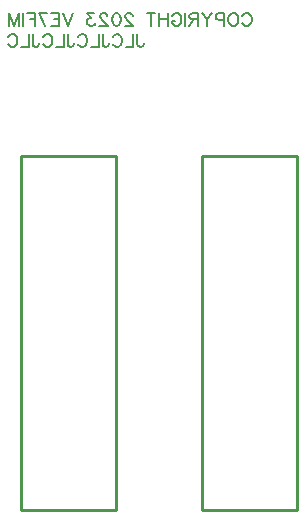
<source format=gbo>
G04 Layer: BottomSilkscreenLayer*
G04 EasyEDA v6.5.22, 2023-02-15 20:21:58*
G04 4437690330c0464a833ae06912b54f16,5a6b42c53f6a479593ecc07194224c93,10*
G04 Gerber Generator version 0.2*
G04 Scale: 100 percent, Rotated: No, Reflected: No *
G04 Dimensions in millimeters *
G04 leading zeros omitted , absolute positions ,4 integer and 5 decimal *
%FSLAX45Y45*%
%MOMM*%

%ADD10C,0.1520*%
%ADD11C,0.1524*%
%ADD12C,0.2540*%

%LPD*%
D10*
X1878444Y5423938D02*
G01*
X1878444Y5340812D01*
X1883641Y5325224D01*
X1888835Y5320029D01*
X1899226Y5314835D01*
X1909617Y5314835D01*
X1920008Y5320029D01*
X1925205Y5325224D01*
X1930400Y5340812D01*
X1930400Y5351203D01*
X1844154Y5423938D02*
G01*
X1844154Y5314835D01*
X1844154Y5314835D02*
G01*
X1781810Y5314835D01*
X1669587Y5397962D02*
G01*
X1674784Y5408353D01*
X1685175Y5418744D01*
X1695564Y5423938D01*
X1716346Y5423938D01*
X1726737Y5418744D01*
X1737128Y5408353D01*
X1742325Y5397962D01*
X1747520Y5382374D01*
X1747520Y5356397D01*
X1742325Y5340812D01*
X1737128Y5330421D01*
X1726737Y5320029D01*
X1716346Y5314835D01*
X1695564Y5314835D01*
X1685175Y5320029D01*
X1674784Y5330421D01*
X1669587Y5340812D01*
X1583344Y5423938D02*
G01*
X1583344Y5340812D01*
X1588538Y5325224D01*
X1593735Y5320029D01*
X1604124Y5314835D01*
X1614515Y5314835D01*
X1624906Y5320029D01*
X1630103Y5325224D01*
X1635297Y5340812D01*
X1635297Y5351203D01*
X1549054Y5423938D02*
G01*
X1549054Y5314835D01*
X1549054Y5314835D02*
G01*
X1486707Y5314835D01*
X1374485Y5397962D02*
G01*
X1379682Y5408353D01*
X1390073Y5418744D01*
X1400464Y5423938D01*
X1421244Y5423938D01*
X1431635Y5418744D01*
X1442026Y5408353D01*
X1447223Y5397962D01*
X1452417Y5382374D01*
X1452417Y5356397D01*
X1447223Y5340812D01*
X1442026Y5330421D01*
X1431635Y5320029D01*
X1421244Y5314835D01*
X1400464Y5314835D01*
X1390073Y5320029D01*
X1379682Y5330421D01*
X1374485Y5340812D01*
X1288242Y5423938D02*
G01*
X1288242Y5340812D01*
X1293436Y5325224D01*
X1298633Y5320029D01*
X1309024Y5314835D01*
X1319415Y5314835D01*
X1329804Y5320029D01*
X1335001Y5325224D01*
X1340195Y5340812D01*
X1340195Y5351203D01*
X1253952Y5423938D02*
G01*
X1253952Y5314835D01*
X1253952Y5314835D02*
G01*
X1191605Y5314835D01*
X1079385Y5397962D02*
G01*
X1084579Y5408353D01*
X1094971Y5418744D01*
X1105362Y5423938D01*
X1126144Y5423938D01*
X1136535Y5418744D01*
X1146924Y5408353D01*
X1152121Y5397962D01*
X1157315Y5382374D01*
X1157315Y5356397D01*
X1152121Y5340812D01*
X1146924Y5330421D01*
X1136535Y5320029D01*
X1126144Y5314835D01*
X1105362Y5314835D01*
X1094971Y5320029D01*
X1084579Y5330421D01*
X1079385Y5340812D01*
X993139Y5423938D02*
G01*
X993139Y5340812D01*
X998334Y5325224D01*
X1003531Y5320029D01*
X1013922Y5314835D01*
X1024313Y5314835D01*
X1034704Y5320029D01*
X1039898Y5325224D01*
X1045095Y5340812D01*
X1045095Y5351203D01*
X958850Y5423938D02*
G01*
X958850Y5314835D01*
X958850Y5314835D02*
G01*
X896505Y5314835D01*
X784283Y5397962D02*
G01*
X789477Y5408353D01*
X799868Y5418744D01*
X810260Y5423938D01*
X831042Y5423938D01*
X841433Y5418744D01*
X851824Y5408353D01*
X857018Y5397962D01*
X862215Y5382374D01*
X862215Y5356397D01*
X857018Y5340812D01*
X851824Y5330421D01*
X841433Y5320029D01*
X831042Y5314835D01*
X810260Y5314835D01*
X799868Y5320029D01*
X789477Y5330421D01*
X784283Y5340812D01*
D11*
X2766867Y5575762D02*
G01*
X2772064Y5586153D01*
X2782455Y5596544D01*
X2792844Y5601738D01*
X2813626Y5601738D01*
X2824017Y5596544D01*
X2834408Y5586153D01*
X2839605Y5575762D01*
X2844800Y5560174D01*
X2844800Y5534197D01*
X2839605Y5518612D01*
X2834408Y5508221D01*
X2824017Y5497829D01*
X2813626Y5492635D01*
X2792844Y5492635D01*
X2782455Y5497829D01*
X2772064Y5508221D01*
X2766867Y5518612D01*
X2701404Y5601738D02*
G01*
X2711795Y5596544D01*
X2722186Y5586153D01*
X2727383Y5575762D01*
X2732577Y5560174D01*
X2732577Y5534197D01*
X2727383Y5518612D01*
X2722186Y5508221D01*
X2711795Y5497829D01*
X2701404Y5492635D01*
X2680624Y5492635D01*
X2670233Y5497829D01*
X2659842Y5508221D01*
X2654645Y5518612D01*
X2649451Y5534197D01*
X2649451Y5560174D01*
X2654645Y5575762D01*
X2659842Y5586153D01*
X2670233Y5596544D01*
X2680624Y5601738D01*
X2701404Y5601738D01*
X2615161Y5601738D02*
G01*
X2615161Y5492635D01*
X2615161Y5601738D02*
G01*
X2568402Y5601738D01*
X2552814Y5596544D01*
X2547620Y5591347D01*
X2542425Y5580956D01*
X2542425Y5565371D01*
X2547620Y5554979D01*
X2552814Y5549785D01*
X2568402Y5544588D01*
X2615161Y5544588D01*
X2508135Y5601738D02*
G01*
X2466571Y5549785D01*
X2466571Y5492635D01*
X2425006Y5601738D02*
G01*
X2466571Y5549785D01*
X2390716Y5601738D02*
G01*
X2390716Y5492635D01*
X2390716Y5601738D02*
G01*
X2343957Y5601738D01*
X2328372Y5596544D01*
X2323175Y5591347D01*
X2317981Y5580956D01*
X2317981Y5570565D01*
X2323175Y5560174D01*
X2328372Y5554979D01*
X2343957Y5549785D01*
X2390716Y5549785D01*
X2354348Y5549785D02*
G01*
X2317981Y5492635D01*
X2283691Y5601738D02*
G01*
X2283691Y5492635D01*
X2171468Y5575762D02*
G01*
X2176665Y5586153D01*
X2187054Y5596544D01*
X2197445Y5601738D01*
X2218227Y5601738D01*
X2228618Y5596544D01*
X2239009Y5586153D01*
X2244204Y5575762D01*
X2249401Y5560174D01*
X2249401Y5534197D01*
X2244204Y5518612D01*
X2239009Y5508221D01*
X2228618Y5497829D01*
X2218227Y5492635D01*
X2197445Y5492635D01*
X2187054Y5497829D01*
X2176665Y5508221D01*
X2171468Y5518612D01*
X2171468Y5534197D01*
X2197445Y5534197D02*
G01*
X2171468Y5534197D01*
X2137178Y5601738D02*
G01*
X2137178Y5492635D01*
X2064443Y5601738D02*
G01*
X2064443Y5492635D01*
X2137178Y5549785D02*
G01*
X2064443Y5549785D01*
X1993785Y5601738D02*
G01*
X1993785Y5492635D01*
X2030153Y5601738D02*
G01*
X1957415Y5601738D01*
X1837921Y5575762D02*
G01*
X1837921Y5580956D01*
X1832724Y5591347D01*
X1827529Y5596544D01*
X1817138Y5601738D01*
X1796356Y5601738D01*
X1785965Y5596544D01*
X1780771Y5591347D01*
X1775574Y5580956D01*
X1775574Y5570565D01*
X1780771Y5560174D01*
X1791162Y5544588D01*
X1843115Y5492635D01*
X1770379Y5492635D01*
X1704916Y5601738D02*
G01*
X1720504Y5596544D01*
X1730895Y5580956D01*
X1736089Y5554979D01*
X1736089Y5539394D01*
X1730895Y5513415D01*
X1720504Y5497829D01*
X1704916Y5492635D01*
X1694525Y5492635D01*
X1678939Y5497829D01*
X1668548Y5513415D01*
X1663354Y5539394D01*
X1663354Y5554979D01*
X1668548Y5580956D01*
X1678939Y5596544D01*
X1694525Y5601738D01*
X1704916Y5601738D01*
X1623867Y5575762D02*
G01*
X1623867Y5580956D01*
X1618673Y5591347D01*
X1613476Y5596544D01*
X1603085Y5601738D01*
X1582305Y5601738D01*
X1571914Y5596544D01*
X1566717Y5591347D01*
X1561523Y5580956D01*
X1561523Y5570565D01*
X1566717Y5560174D01*
X1577108Y5544588D01*
X1629064Y5492635D01*
X1556326Y5492635D01*
X1511645Y5601738D02*
G01*
X1454495Y5601738D01*
X1485668Y5560174D01*
X1470083Y5560174D01*
X1459692Y5554979D01*
X1454495Y5549785D01*
X1449301Y5534197D01*
X1449301Y5523806D01*
X1454495Y5508221D01*
X1464886Y5497829D01*
X1480474Y5492635D01*
X1496060Y5492635D01*
X1511645Y5497829D01*
X1516842Y5503024D01*
X1522036Y5513415D01*
X1335001Y5601738D02*
G01*
X1293436Y5492635D01*
X1251874Y5601738D02*
G01*
X1293436Y5492635D01*
X1217584Y5601738D02*
G01*
X1217584Y5492635D01*
X1217584Y5601738D02*
G01*
X1150043Y5601738D01*
X1217584Y5549785D02*
G01*
X1176020Y5549785D01*
X1217584Y5492635D02*
G01*
X1150043Y5492635D01*
X1043015Y5601738D02*
G01*
X1094971Y5492635D01*
X1115753Y5601738D02*
G01*
X1043015Y5601738D01*
X1008725Y5601738D02*
G01*
X1008725Y5492635D01*
X1008725Y5601738D02*
G01*
X941184Y5601738D01*
X1008725Y5549785D02*
G01*
X967163Y5549785D01*
X906894Y5601738D02*
G01*
X906894Y5492635D01*
X872604Y5601738D02*
G01*
X872604Y5492635D01*
X872604Y5601738D02*
G01*
X831042Y5492635D01*
X789477Y5601738D02*
G01*
X831042Y5492635D01*
X789477Y5601738D02*
G01*
X789477Y5492635D01*
D12*
X895400Y4395596D02*
G01*
X1695399Y4395596D01*
X1695399Y1395602D01*
X895400Y1395602D01*
X895400Y4395596D01*
X2425700Y4394200D02*
G01*
X3225698Y4394200D01*
X3225698Y1394205D01*
X2425700Y1394205D01*
X2425700Y4394200D01*
M02*

</source>
